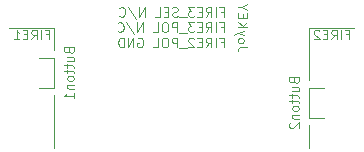
<source format=gbo>
G04 #@! TF.GenerationSoftware,KiCad,Pcbnew,(5.1.5)-3*
G04 #@! TF.CreationDate,2020-12-13T23:28:04+01:00*
G04 #@! TF.ProjectId,A7800 Adapter,41373830-3020-4416-9461-707465722e6b,rev?*
G04 #@! TF.SameCoordinates,Original*
G04 #@! TF.FileFunction,Legend,Bot*
G04 #@! TF.FilePolarity,Positive*
%FSLAX46Y46*%
G04 Gerber Fmt 4.6, Leading zero omitted, Abs format (unit mm)*
G04 Created by KiCad (PCBNEW (5.1.5)-3) date 2020-12-13 23:28:04*
%MOMM*%
%LPD*%
G04 APERTURE LIST*
%ADD10C,0.120000*%
%ADD11C,0.100000*%
G04 APERTURE END LIST*
D10*
X153035000Y-83185000D02*
X156845000Y-83185000D01*
X131445000Y-83185000D02*
X127635000Y-83185000D01*
D11*
X147758095Y-84842142D02*
X147186666Y-84842142D01*
X147072380Y-84880238D01*
X146996190Y-84956428D01*
X146958095Y-85070714D01*
X146958095Y-85146904D01*
X146958095Y-84346904D02*
X146996190Y-84423095D01*
X147034285Y-84461190D01*
X147110476Y-84499285D01*
X147339047Y-84499285D01*
X147415238Y-84461190D01*
X147453333Y-84423095D01*
X147491428Y-84346904D01*
X147491428Y-84232619D01*
X147453333Y-84156428D01*
X147415238Y-84118333D01*
X147339047Y-84080238D01*
X147110476Y-84080238D01*
X147034285Y-84118333D01*
X146996190Y-84156428D01*
X146958095Y-84232619D01*
X146958095Y-84346904D01*
X147491428Y-83813571D02*
X146958095Y-83623095D01*
X147491428Y-83432619D02*
X146958095Y-83623095D01*
X146767619Y-83699285D01*
X146729523Y-83737380D01*
X146691428Y-83813571D01*
X146958095Y-83127857D02*
X147758095Y-83127857D01*
X146958095Y-82670714D02*
X147415238Y-83013571D01*
X147758095Y-82670714D02*
X147300952Y-83127857D01*
X147377142Y-82327857D02*
X147377142Y-82061190D01*
X146958095Y-81946904D02*
X146958095Y-82327857D01*
X147758095Y-82327857D01*
X147758095Y-81946904D01*
X147339047Y-81451666D02*
X146958095Y-81451666D01*
X147758095Y-81718333D02*
X147339047Y-81451666D01*
X147758095Y-81185000D01*
X145527857Y-81827857D02*
X145794523Y-81827857D01*
X145794523Y-82246904D02*
X145794523Y-81446904D01*
X145413571Y-81446904D01*
X145108809Y-82246904D02*
X145108809Y-81446904D01*
X144270714Y-82246904D02*
X144537380Y-81865952D01*
X144727857Y-82246904D02*
X144727857Y-81446904D01*
X144423095Y-81446904D01*
X144346904Y-81485000D01*
X144308809Y-81523095D01*
X144270714Y-81599285D01*
X144270714Y-81713571D01*
X144308809Y-81789761D01*
X144346904Y-81827857D01*
X144423095Y-81865952D01*
X144727857Y-81865952D01*
X143927857Y-81827857D02*
X143661190Y-81827857D01*
X143546904Y-82246904D02*
X143927857Y-82246904D01*
X143927857Y-81446904D01*
X143546904Y-81446904D01*
X143280238Y-81446904D02*
X142785000Y-81446904D01*
X143051666Y-81751666D01*
X142937380Y-81751666D01*
X142861190Y-81789761D01*
X142823095Y-81827857D01*
X142785000Y-81904047D01*
X142785000Y-82094523D01*
X142823095Y-82170714D01*
X142861190Y-82208809D01*
X142937380Y-82246904D01*
X143165952Y-82246904D01*
X143242142Y-82208809D01*
X143280238Y-82170714D01*
X142632619Y-82323095D02*
X142023095Y-82323095D01*
X141870714Y-82208809D02*
X141756428Y-82246904D01*
X141565952Y-82246904D01*
X141489761Y-82208809D01*
X141451666Y-82170714D01*
X141413571Y-82094523D01*
X141413571Y-82018333D01*
X141451666Y-81942142D01*
X141489761Y-81904047D01*
X141565952Y-81865952D01*
X141718333Y-81827857D01*
X141794523Y-81789761D01*
X141832619Y-81751666D01*
X141870714Y-81675476D01*
X141870714Y-81599285D01*
X141832619Y-81523095D01*
X141794523Y-81485000D01*
X141718333Y-81446904D01*
X141527857Y-81446904D01*
X141413571Y-81485000D01*
X141070714Y-81827857D02*
X140804047Y-81827857D01*
X140689761Y-82246904D02*
X141070714Y-82246904D01*
X141070714Y-81446904D01*
X140689761Y-81446904D01*
X139965952Y-82246904D02*
X140346904Y-82246904D01*
X140346904Y-81446904D01*
X139089761Y-82246904D02*
X139089761Y-81446904D01*
X138632619Y-82246904D01*
X138632619Y-81446904D01*
X137680238Y-81408809D02*
X138365952Y-82437380D01*
X136956428Y-82170714D02*
X136994523Y-82208809D01*
X137108809Y-82246904D01*
X137185000Y-82246904D01*
X137299285Y-82208809D01*
X137375476Y-82132619D01*
X137413571Y-82056428D01*
X137451666Y-81904047D01*
X137451666Y-81789761D01*
X137413571Y-81637380D01*
X137375476Y-81561190D01*
X137299285Y-81485000D01*
X137185000Y-81446904D01*
X137108809Y-81446904D01*
X136994523Y-81485000D01*
X136956428Y-81523095D01*
X145527857Y-83127857D02*
X145794523Y-83127857D01*
X145794523Y-83546904D02*
X145794523Y-82746904D01*
X145413571Y-82746904D01*
X145108809Y-83546904D02*
X145108809Y-82746904D01*
X144270714Y-83546904D02*
X144537380Y-83165952D01*
X144727857Y-83546904D02*
X144727857Y-82746904D01*
X144423095Y-82746904D01*
X144346904Y-82785000D01*
X144308809Y-82823095D01*
X144270714Y-82899285D01*
X144270714Y-83013571D01*
X144308809Y-83089761D01*
X144346904Y-83127857D01*
X144423095Y-83165952D01*
X144727857Y-83165952D01*
X143927857Y-83127857D02*
X143661190Y-83127857D01*
X143546904Y-83546904D02*
X143927857Y-83546904D01*
X143927857Y-82746904D01*
X143546904Y-82746904D01*
X143280238Y-82746904D02*
X142785000Y-82746904D01*
X143051666Y-83051666D01*
X142937380Y-83051666D01*
X142861190Y-83089761D01*
X142823095Y-83127857D01*
X142785000Y-83204047D01*
X142785000Y-83394523D01*
X142823095Y-83470714D01*
X142861190Y-83508809D01*
X142937380Y-83546904D01*
X143165952Y-83546904D01*
X143242142Y-83508809D01*
X143280238Y-83470714D01*
X142632619Y-83623095D02*
X142023095Y-83623095D01*
X141832619Y-83546904D02*
X141832619Y-82746904D01*
X141527857Y-82746904D01*
X141451666Y-82785000D01*
X141413571Y-82823095D01*
X141375476Y-82899285D01*
X141375476Y-83013571D01*
X141413571Y-83089761D01*
X141451666Y-83127857D01*
X141527857Y-83165952D01*
X141832619Y-83165952D01*
X140880238Y-82746904D02*
X140727857Y-82746904D01*
X140651666Y-82785000D01*
X140575476Y-82861190D01*
X140537380Y-83013571D01*
X140537380Y-83280238D01*
X140575476Y-83432619D01*
X140651666Y-83508809D01*
X140727857Y-83546904D01*
X140880238Y-83546904D01*
X140956428Y-83508809D01*
X141032619Y-83432619D01*
X141070714Y-83280238D01*
X141070714Y-83013571D01*
X141032619Y-82861190D01*
X140956428Y-82785000D01*
X140880238Y-82746904D01*
X139813571Y-83546904D02*
X140194523Y-83546904D01*
X140194523Y-82746904D01*
X138937380Y-83546904D02*
X138937380Y-82746904D01*
X138480238Y-83546904D01*
X138480238Y-82746904D01*
X137527857Y-82708809D02*
X138213571Y-83737380D01*
X136804047Y-83470714D02*
X136842142Y-83508809D01*
X136956428Y-83546904D01*
X137032619Y-83546904D01*
X137146904Y-83508809D01*
X137223095Y-83432619D01*
X137261190Y-83356428D01*
X137299285Y-83204047D01*
X137299285Y-83089761D01*
X137261190Y-82937380D01*
X137223095Y-82861190D01*
X137146904Y-82785000D01*
X137032619Y-82746904D01*
X136956428Y-82746904D01*
X136842142Y-82785000D01*
X136804047Y-82823095D01*
X145527857Y-84427857D02*
X145794523Y-84427857D01*
X145794523Y-84846904D02*
X145794523Y-84046904D01*
X145413571Y-84046904D01*
X145108809Y-84846904D02*
X145108809Y-84046904D01*
X144270714Y-84846904D02*
X144537380Y-84465952D01*
X144727857Y-84846904D02*
X144727857Y-84046904D01*
X144423095Y-84046904D01*
X144346904Y-84085000D01*
X144308809Y-84123095D01*
X144270714Y-84199285D01*
X144270714Y-84313571D01*
X144308809Y-84389761D01*
X144346904Y-84427857D01*
X144423095Y-84465952D01*
X144727857Y-84465952D01*
X143927857Y-84427857D02*
X143661190Y-84427857D01*
X143546904Y-84846904D02*
X143927857Y-84846904D01*
X143927857Y-84046904D01*
X143546904Y-84046904D01*
X143242142Y-84123095D02*
X143204047Y-84085000D01*
X143127857Y-84046904D01*
X142937380Y-84046904D01*
X142861190Y-84085000D01*
X142823095Y-84123095D01*
X142785000Y-84199285D01*
X142785000Y-84275476D01*
X142823095Y-84389761D01*
X143280238Y-84846904D01*
X142785000Y-84846904D01*
X142632619Y-84923095D02*
X142023095Y-84923095D01*
X141832619Y-84846904D02*
X141832619Y-84046904D01*
X141527857Y-84046904D01*
X141451666Y-84085000D01*
X141413571Y-84123095D01*
X141375476Y-84199285D01*
X141375476Y-84313571D01*
X141413571Y-84389761D01*
X141451666Y-84427857D01*
X141527857Y-84465952D01*
X141832619Y-84465952D01*
X140880238Y-84046904D02*
X140727857Y-84046904D01*
X140651666Y-84085000D01*
X140575476Y-84161190D01*
X140537380Y-84313571D01*
X140537380Y-84580238D01*
X140575476Y-84732619D01*
X140651666Y-84808809D01*
X140727857Y-84846904D01*
X140880238Y-84846904D01*
X140956428Y-84808809D01*
X141032619Y-84732619D01*
X141070714Y-84580238D01*
X141070714Y-84313571D01*
X141032619Y-84161190D01*
X140956428Y-84085000D01*
X140880238Y-84046904D01*
X139813571Y-84846904D02*
X140194523Y-84846904D01*
X140194523Y-84046904D01*
X138518333Y-84085000D02*
X138594523Y-84046904D01*
X138708809Y-84046904D01*
X138823095Y-84085000D01*
X138899285Y-84161190D01*
X138937380Y-84237380D01*
X138975476Y-84389761D01*
X138975476Y-84504047D01*
X138937380Y-84656428D01*
X138899285Y-84732619D01*
X138823095Y-84808809D01*
X138708809Y-84846904D01*
X138632619Y-84846904D01*
X138518333Y-84808809D01*
X138480238Y-84770714D01*
X138480238Y-84504047D01*
X138632619Y-84504047D01*
X138137380Y-84846904D02*
X138137380Y-84046904D01*
X137680238Y-84846904D01*
X137680238Y-84046904D01*
X137299285Y-84846904D02*
X137299285Y-84046904D01*
X137108809Y-84046904D01*
X136994523Y-84085000D01*
X136918333Y-84161190D01*
X136880238Y-84237380D01*
X136842142Y-84389761D01*
X136842142Y-84504047D01*
X136880238Y-84656428D01*
X136918333Y-84732619D01*
X136994523Y-84808809D01*
X137108809Y-84846904D01*
X137299285Y-84846904D01*
D10*
X153035000Y-93345000D02*
X153035000Y-91440000D01*
D11*
X151707857Y-87668333D02*
X151745952Y-87782619D01*
X151784047Y-87820714D01*
X151860238Y-87858809D01*
X151974523Y-87858809D01*
X152050714Y-87820714D01*
X152088809Y-87782619D01*
X152126904Y-87706428D01*
X152126904Y-87401666D01*
X151326904Y-87401666D01*
X151326904Y-87668333D01*
X151365000Y-87744523D01*
X151403095Y-87782619D01*
X151479285Y-87820714D01*
X151555476Y-87820714D01*
X151631666Y-87782619D01*
X151669761Y-87744523D01*
X151707857Y-87668333D01*
X151707857Y-87401666D01*
X151593571Y-88544523D02*
X152126904Y-88544523D01*
X151593571Y-88201666D02*
X152012619Y-88201666D01*
X152088809Y-88239761D01*
X152126904Y-88315952D01*
X152126904Y-88430238D01*
X152088809Y-88506428D01*
X152050714Y-88544523D01*
X151593571Y-88811190D02*
X151593571Y-89115952D01*
X151326904Y-88925476D02*
X152012619Y-88925476D01*
X152088809Y-88963571D01*
X152126904Y-89039761D01*
X152126904Y-89115952D01*
X151593571Y-89268333D02*
X151593571Y-89573095D01*
X151326904Y-89382619D02*
X152012619Y-89382619D01*
X152088809Y-89420714D01*
X152126904Y-89496904D01*
X152126904Y-89573095D01*
X152126904Y-89954047D02*
X152088809Y-89877857D01*
X152050714Y-89839761D01*
X151974523Y-89801666D01*
X151745952Y-89801666D01*
X151669761Y-89839761D01*
X151631666Y-89877857D01*
X151593571Y-89954047D01*
X151593571Y-90068333D01*
X151631666Y-90144523D01*
X151669761Y-90182619D01*
X151745952Y-90220714D01*
X151974523Y-90220714D01*
X152050714Y-90182619D01*
X152088809Y-90144523D01*
X152126904Y-90068333D01*
X152126904Y-89954047D01*
X151593571Y-90563571D02*
X152126904Y-90563571D01*
X151669761Y-90563571D02*
X151631666Y-90601666D01*
X151593571Y-90677857D01*
X151593571Y-90792142D01*
X151631666Y-90868333D01*
X151707857Y-90906428D01*
X152126904Y-90906428D01*
X151403095Y-91249285D02*
X151365000Y-91287380D01*
X151326904Y-91363571D01*
X151326904Y-91554047D01*
X151365000Y-91630238D01*
X151403095Y-91668333D01*
X151479285Y-91706428D01*
X151555476Y-91706428D01*
X151669761Y-91668333D01*
X152126904Y-91211190D01*
X152126904Y-91706428D01*
X156159047Y-83762857D02*
X156425714Y-83762857D01*
X156425714Y-84181904D02*
X156425714Y-83381904D01*
X156044761Y-83381904D01*
X155740000Y-84181904D02*
X155740000Y-83381904D01*
X154901904Y-84181904D02*
X155168571Y-83800952D01*
X155359047Y-84181904D02*
X155359047Y-83381904D01*
X155054285Y-83381904D01*
X154978095Y-83420000D01*
X154940000Y-83458095D01*
X154901904Y-83534285D01*
X154901904Y-83648571D01*
X154940000Y-83724761D01*
X154978095Y-83762857D01*
X155054285Y-83800952D01*
X155359047Y-83800952D01*
X154559047Y-83762857D02*
X154292380Y-83762857D01*
X154178095Y-84181904D02*
X154559047Y-84181904D01*
X154559047Y-83381904D01*
X154178095Y-83381904D01*
X153873333Y-83458095D02*
X153835238Y-83420000D01*
X153759047Y-83381904D01*
X153568571Y-83381904D01*
X153492380Y-83420000D01*
X153454285Y-83458095D01*
X153416190Y-83534285D01*
X153416190Y-83610476D01*
X153454285Y-83724761D01*
X153911428Y-84181904D01*
X153416190Y-84181904D01*
X130759047Y-83762857D02*
X131025714Y-83762857D01*
X131025714Y-84181904D02*
X131025714Y-83381904D01*
X130644761Y-83381904D01*
X130340000Y-84181904D02*
X130340000Y-83381904D01*
X129501904Y-84181904D02*
X129768571Y-83800952D01*
X129959047Y-84181904D02*
X129959047Y-83381904D01*
X129654285Y-83381904D01*
X129578095Y-83420000D01*
X129540000Y-83458095D01*
X129501904Y-83534285D01*
X129501904Y-83648571D01*
X129540000Y-83724761D01*
X129578095Y-83762857D01*
X129654285Y-83800952D01*
X129959047Y-83800952D01*
X129159047Y-83762857D02*
X128892380Y-83762857D01*
X128778095Y-84181904D02*
X129159047Y-84181904D01*
X129159047Y-83381904D01*
X128778095Y-83381904D01*
X128016190Y-84181904D02*
X128473333Y-84181904D01*
X128244761Y-84181904D02*
X128244761Y-83381904D01*
X128320952Y-83496190D01*
X128397142Y-83572380D01*
X128473333Y-83610476D01*
X132657857Y-85128333D02*
X132695952Y-85242619D01*
X132734047Y-85280714D01*
X132810238Y-85318809D01*
X132924523Y-85318809D01*
X133000714Y-85280714D01*
X133038809Y-85242619D01*
X133076904Y-85166428D01*
X133076904Y-84861666D01*
X132276904Y-84861666D01*
X132276904Y-85128333D01*
X132315000Y-85204523D01*
X132353095Y-85242619D01*
X132429285Y-85280714D01*
X132505476Y-85280714D01*
X132581666Y-85242619D01*
X132619761Y-85204523D01*
X132657857Y-85128333D01*
X132657857Y-84861666D01*
X132543571Y-86004523D02*
X133076904Y-86004523D01*
X132543571Y-85661666D02*
X132962619Y-85661666D01*
X133038809Y-85699761D01*
X133076904Y-85775952D01*
X133076904Y-85890238D01*
X133038809Y-85966428D01*
X133000714Y-86004523D01*
X132543571Y-86271190D02*
X132543571Y-86575952D01*
X132276904Y-86385476D02*
X132962619Y-86385476D01*
X133038809Y-86423571D01*
X133076904Y-86499761D01*
X133076904Y-86575952D01*
X132543571Y-86728333D02*
X132543571Y-87033095D01*
X132276904Y-86842619D02*
X132962619Y-86842619D01*
X133038809Y-86880714D01*
X133076904Y-86956904D01*
X133076904Y-87033095D01*
X133076904Y-87414047D02*
X133038809Y-87337857D01*
X133000714Y-87299761D01*
X132924523Y-87261666D01*
X132695952Y-87261666D01*
X132619761Y-87299761D01*
X132581666Y-87337857D01*
X132543571Y-87414047D01*
X132543571Y-87528333D01*
X132581666Y-87604523D01*
X132619761Y-87642619D01*
X132695952Y-87680714D01*
X132924523Y-87680714D01*
X133000714Y-87642619D01*
X133038809Y-87604523D01*
X133076904Y-87528333D01*
X133076904Y-87414047D01*
X132543571Y-88023571D02*
X133076904Y-88023571D01*
X132619761Y-88023571D02*
X132581666Y-88061666D01*
X132543571Y-88137857D01*
X132543571Y-88252142D01*
X132581666Y-88328333D01*
X132657857Y-88366428D01*
X133076904Y-88366428D01*
X133076904Y-89166428D02*
X133076904Y-88709285D01*
X133076904Y-88937857D02*
X132276904Y-88937857D01*
X132391190Y-88861666D01*
X132467380Y-88785476D01*
X132505476Y-88709285D01*
D10*
X153035000Y-90805000D02*
X154305000Y-90805000D01*
X153035000Y-88265000D02*
X153035000Y-90805000D01*
X153035000Y-88265000D02*
X154305000Y-88265000D01*
X153035000Y-83185000D02*
X153035000Y-87630000D01*
X131445000Y-88900000D02*
X131445000Y-93345000D01*
X131445000Y-88265000D02*
X130175000Y-88265000D01*
X131445000Y-85725000D02*
X131445000Y-88265000D01*
X130175000Y-85725000D02*
X131445000Y-85725000D01*
X131445000Y-83185000D02*
X131445000Y-85090000D01*
M02*

</source>
